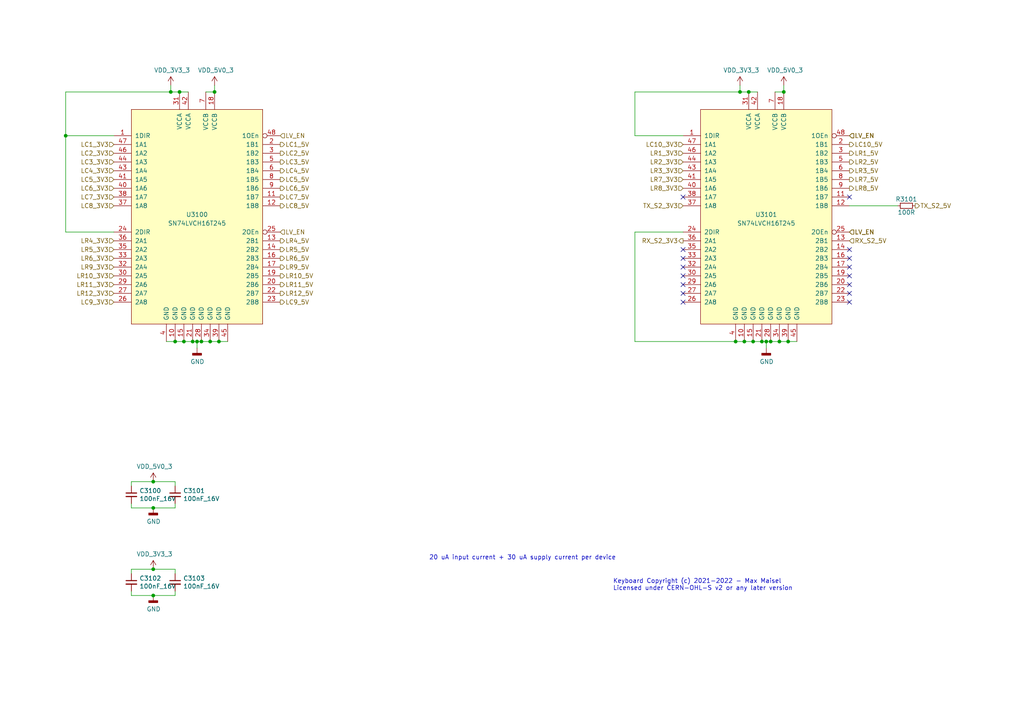
<source format=kicad_sch>
(kicad_sch (version 20211123) (generator eeschema)
  (paper "A4")
  (lib_symbols
    (symbol "Keyboard:100R" (pin_numbers hide) (pin_names (offset 0.254) hide)
      (property "Reference" "R" (at 0.762 0.508 0))
      (property "Value" "100R" (at 0.762 -1.016 0))
      (symbol "100R_0_1"
        (rectangle (start -0.762 1.778) (end 0.762 -1.778) (stroke (width 0.2032)))
      )
      (symbol "100R_1_1"
        (pin passive line (at 0 2.54 270) (length 0.762) (name "~") (number "1"))
        (pin passive line (at 0 -2.54 90) (length 0.762) (name "~") (number "2"))
      )
    )
    (symbol "Keyboard:100nF_16V" (pin_numbers hide) (pin_names (offset 0.254) hide)
      (property "Reference" "C" (at 0.254 1.778 0))
      (property "Value" "100nF_16V" (at 0.254 -2.032 0))
      (symbol "100nF_16V_0_1"
        (polyline (pts (xy -1.524 -0.508) (xy 1.524 -0.508)) (stroke (width 0.3302)))
        (polyline (pts (xy -1.524 0.508) (xy 1.524 0.508)) (stroke (width 0.3048)))
      )
      (symbol "100nF_16V_1_1"
        (pin passive line (at 0 2.54 270) (length 2.032) (name "~") (number "1"))
        (pin passive line (at 0 -2.54 90) (length 2.032) (name "~") (number "2"))
      )
    )
    (symbol "Keyboard:GND" (power) (pin_names (offset 0))
      (property "Value" "GND" (at 0 -3.175 0))
      (symbol "GND_0_1"
        (rectangle (start -1.27 -1.524) (end 1.27 -2.032) (stroke (width 0.254)) (fill (type outline)))
        (polyline (pts (xy 0 0) (xy 0 -1.524)))
      )
      (symbol "GND_1_1"
        (pin power_in line (at 0 0 270) (length 0) hide (name "GND") (number "1"))
      )
    )
    (symbol "Keyboard:SN74LVCH16T245" (pin_names (offset 1.016))
      (property "Reference" "U" (at -17.78 33.02 0))
      (property "Value" "SN74LVCH16T245" (at 17.78 -31.75 0))
      (symbol "SN74LVCH16T245_0_1"
        (rectangle (start -19.05 31.75) (end 19.05 -30.48) (fill (type background)))
      )
      (symbol "SN74LVCH16T245_1_1"
        (pin input line (at -24.13 24.13 0) (length 5.08) (name "1DIR") (number "1"))
        (pin power_in line (at -6.35 -35.56 90) (length 5.08) (name "GND") (number "10"))
        (pin bidirectional line (at 24.13 6.35 180) (length 5.08) (name "1B7") (number "11"))
        (pin bidirectional line (at 24.13 3.81 180) (length 5.08) (name "1B8") (number "12"))
        (pin bidirectional line (at 24.13 -6.35 180) (length 5.08) (name "2B1") (number "13"))
        (pin bidirectional line (at 24.13 -8.89 180) (length 5.08) (name "2B2") (number "14"))
        (pin power_in line (at -3.81 -35.56 90) (length 5.08) (name "GND") (number "15"))
        (pin bidirectional line (at 24.13 -11.43 180) (length 5.08) (name "2B3") (number "16"))
        (pin bidirectional line (at 24.13 -13.97 180) (length 5.08) (name "2B4") (number "17"))
        (pin power_in line (at 5.08 36.83 270) (length 5.08) (name "VCCB") (number "18"))
        (pin bidirectional line (at 24.13 -16.51 180) (length 5.08) (name "2B5") (number "19"))
        (pin bidirectional line (at 24.13 21.59 180) (length 5.08) (name "1B1") (number "2"))
        (pin bidirectional line (at 24.13 -19.05 180) (length 5.08) (name "2B6") (number "20"))
        (pin power_in line (at -1.27 -35.56 90) (length 5.08) (name "GND") (number "21"))
        (pin bidirectional line (at 24.13 -21.59 180) (length 5.08) (name "2B7") (number "22"))
        (pin bidirectional line (at 24.13 -24.13 180) (length 5.08) (name "2B8") (number "23"))
        (pin input line (at -24.13 -3.81 0) (length 5.08) (name "2DIR") (number "24"))
        (pin input inverted (at 24.13 -3.81 180) (length 5.08) (name "2OEn") (number "25"))
        (pin bidirectional line (at -24.13 -24.13 0) (length 5.08) (name "2A8") (number "26"))
        (pin bidirectional line (at -24.13 -21.59 0) (length 5.08) (name "2A7") (number "27"))
        (pin power_in line (at 1.27 -35.56 90) (length 5.08) (name "GND") (number "28"))
        (pin bidirectional line (at -24.13 -19.05 0) (length 5.08) (name "2A6") (number "29"))
        (pin bidirectional line (at 24.13 19.05 180) (length 5.08) (name "1B2") (number "3"))
        (pin bidirectional line (at -24.13 -16.51 0) (length 5.08) (name "2A5") (number "30"))
        (pin power_in line (at -5.08 36.83 270) (length 5.08) (name "VCCA") (number "31"))
        (pin bidirectional line (at -24.13 -13.97 0) (length 5.08) (name "2A4") (number "32"))
        (pin bidirectional line (at -24.13 -11.43 0) (length 5.08) (name "2A3") (number "33"))
        (pin power_in line (at 3.81 -35.56 90) (length 5.08) (name "GND") (number "34"))
        (pin bidirectional line (at -24.13 -8.89 0) (length 5.08) (name "2A2") (number "35"))
        (pin bidirectional line (at -24.13 -6.35 0) (length 5.08) (name "2A1") (number "36"))
        (pin bidirectional line (at -24.13 3.81 0) (length 5.08) (name "1A8") (number "37"))
        (pin bidirectional line (at -24.13 6.35 0) (length 5.08) (name "1A7") (number "38"))
        (pin power_in line (at 6.35 -35.56 90) (length 5.08) (name "GND") (number "39"))
        (pin power_in line (at -8.89 -35.56 90) (length 5.08) (name "GND") (number "4"))
        (pin bidirectional line (at -24.13 8.89 0) (length 5.08) (name "1A6") (number "40"))
        (pin bidirectional line (at -24.13 11.43 0) (length 5.08) (name "1A5") (number "41"))
        (pin power_in line (at -2.54 36.83 270) (length 5.08) (name "VCCA") (number "42"))
        (pin bidirectional line (at -24.13 13.97 0) (length 5.08) (name "1A4") (number "43"))
        (pin bidirectional line (at -24.13 16.51 0) (length 5.08) (name "1A3") (number "44"))
        (pin power_in line (at 8.89 -35.56 90) (length 5.08) (name "GND") (number "45"))
        (pin bidirectional line (at -24.13 19.05 0) (length 5.08) (name "1A2") (number "46"))
        (pin bidirectional line (at -24.13 21.59 0) (length 5.08) (name "1A1") (number "47"))
        (pin input inverted (at 24.13 24.13 180) (length 5.08) (name "1OEn") (number "48"))
        (pin bidirectional line (at 24.13 16.51 180) (length 5.08) (name "1B3") (number "5"))
        (pin bidirectional line (at 24.13 13.97 180) (length 5.08) (name "1B4") (number "6"))
        (pin power_in line (at 2.54 36.83 270) (length 5.08) (name "VCCB") (number "7"))
        (pin bidirectional line (at 24.13 11.43 180) (length 5.08) (name "1B5") (number "8"))
        (pin bidirectional line (at 24.13 8.89 180) (length 5.08) (name "1B6") (number "9"))
      )
    )
    (symbol "Keyboard:VDD_3V3_3" (power) (pin_names (offset 0))
      (property "Value" "VDD_3V3_3" (at 0 3.556 0))
      (symbol "VDD_3V3_3_0_1"
        (polyline (pts (xy -0.762 1.27) (xy 0 2.54)))
        (polyline (pts (xy 0 0) (xy 0 2.54)))
        (polyline (pts (xy 0 2.54) (xy 0.762 1.27)))
      )
      (symbol "VDD_3V3_3_1_1"
        (pin power_in line (at 0 0 90) (length 0) hide (name "VDD_3V3_3") (number "1"))
      )
    )
    (symbol "Keyboard:VDD_5V0_3" (power) (pin_names (offset 0))
      (property "Value" "VDD_5V0_3" (at 0 3.556 0))
      (symbol "VDD_5V0_3_0_1"
        (polyline (pts (xy -0.762 1.27) (xy 0 2.54)))
        (polyline (pts (xy 0 0) (xy 0 2.54)))
        (polyline (pts (xy 0 2.54) (xy 0.762 1.27)))
      )
      (symbol "VDD_5V0_3_1_1"
        (pin power_in line (at 0 0 90) (length 0) hide (name "VDD_5V0_3") (number "1"))
      )
    )
  )
  (junction (at 215.9 99.06))
  (junction (at 213.36 99.06))
  (junction (at 220.98 99.06))
  (junction (at 223.52 99.06))
  (junction (at 214.63 26.67))
  (junction (at 58.42 99.06))
  (junction (at 44.45 172.72))
  (junction (at 218.44 99.06))
  (junction (at 44.45 139.7))
  (junction (at 227.33 26.67))
  (junction (at 57.15 99.06))
  (junction (at 44.45 165.1))
  (junction (at 49.53 26.67))
  (junction (at 222.25 99.06))
  (junction (at 226.06 99.06))
  (junction (at 217.17 26.67))
  (junction (at 63.5 99.06))
  (junction (at 55.88 99.06))
  (junction (at 60.96 99.06))
  (junction (at 53.34 99.06))
  (junction (at 19.05 39.37))
  (junction (at 44.45 147.32))
  (junction (at 50.8 99.06))
  (junction (at 228.6 99.06))
  (junction (at 62.23 26.67))
  (junction (at 52.07 26.67))
  (no_connect (at 246.38 82.55))
  (no_connect (at 198.12 72.39))
  (no_connect (at 246.38 87.63))
  (no_connect (at 246.38 85.09))
  (no_connect (at 246.38 72.39))
  (no_connect (at 198.12 74.93))
  (no_connect (at 246.38 80.01))
  (no_connect (at 198.12 77.47))
  (no_connect (at 198.12 80.01))
  (no_connect (at 246.38 74.93))
  (no_connect (at 246.38 57.15))
  (no_connect (at 198.12 87.63))
  (no_connect (at 198.12 82.55))
  (no_connect (at 198.12 85.09))
  (no_connect (at 246.38 77.47))
  (no_connect (at 198.12 57.15))
  (wire (pts (xy 184.15 39.37) (xy 198.12 39.37)))
  (wire (pts (xy 38.1 147.32) (xy 44.45 147.32)))
  (wire (pts (xy 19.05 26.67) (xy 49.53 26.67)))
  (wire (pts (xy 224.79 26.67) (xy 227.33 26.67)))
  (wire (pts (xy 19.05 39.37) (xy 33.02 39.37)))
  (wire (pts (xy 58.42 99.06) (xy 60.96 99.06)))
  (wire (pts (xy 44.45 172.72) (xy 50.8 172.72)))
  (wire (pts (xy 227.33 24.765) (xy 227.33 26.67)))
  (wire (pts (xy 184.15 39.37) (xy 184.15 26.67)))
  (wire (pts (xy 50.8 99.06) (xy 53.34 99.06)))
  (wire (pts (xy 44.45 139.7) (xy 50.8 139.7)))
  (wire (pts (xy 38.1 171.45) (xy 38.1 172.72)))
  (wire (pts (xy 49.53 26.67) (xy 52.07 26.67)))
  (wire (pts (xy 214.63 26.67) (xy 217.17 26.67)))
  (wire (pts (xy 50.8 139.7) (xy 50.8 140.97)))
  (wire (pts (xy 49.53 24.765) (xy 49.53 26.67)))
  (wire (pts (xy 19.05 39.37) (xy 19.05 26.67)))
  (wire (pts (xy 184.15 26.67) (xy 214.63 26.67)))
  (wire (pts (xy 59.69 26.67) (xy 62.23 26.67)))
  (wire (pts (xy 50.8 147.32) (xy 44.45 147.32)))
  (wire (pts (xy 222.25 100.965) (xy 222.25 99.06)))
  (wire (pts (xy 44.45 173.355) (xy 44.45 172.72)))
  (wire (pts (xy 214.63 24.765) (xy 214.63 26.67)))
  (wire (pts (xy 217.17 26.67) (xy 219.71 26.67)))
  (wire (pts (xy 38.1 166.37) (xy 38.1 165.1)))
  (wire (pts (xy 184.15 67.31) (xy 184.15 99.06)))
  (wire (pts (xy 62.23 24.765) (xy 62.23 26.67)))
  (wire (pts (xy 218.44 99.06) (xy 220.98 99.06)))
  (wire (pts (xy 53.34 99.06) (xy 55.88 99.06)))
  (wire (pts (xy 60.96 99.06) (xy 63.5 99.06)))
  (wire (pts (xy 44.45 165.1) (xy 50.8 165.1)))
  (wire (pts (xy 38.1 165.1) (xy 44.45 165.1)))
  (wire (pts (xy 213.36 99.06) (xy 215.9 99.06)))
  (wire (pts (xy 63.5 99.06) (xy 66.04 99.06)))
  (wire (pts (xy 50.8 146.05) (xy 50.8 147.32)))
  (wire (pts (xy 38.1 172.72) (xy 44.45 172.72)))
  (wire (pts (xy 220.98 99.06) (xy 222.25 99.06)))
  (wire (pts (xy 57.15 100.965) (xy 57.15 99.06)))
  (wire (pts (xy 50.8 166.37) (xy 50.8 165.1)))
  (wire (pts (xy 215.9 99.06) (xy 218.44 99.06)))
  (wire (pts (xy 222.25 99.06) (xy 223.52 99.06)))
  (wire (pts (xy 48.26 99.06) (xy 50.8 99.06)))
  (wire (pts (xy 184.15 99.06) (xy 213.36 99.06)))
  (wire (pts (xy 55.88 99.06) (xy 57.15 99.06)))
  (wire (pts (xy 33.02 67.31) (xy 19.05 67.31)))
  (wire (pts (xy 52.07 26.67) (xy 54.61 26.67)))
  (wire (pts (xy 19.05 67.31) (xy 19.05 39.37)))
  (wire (pts (xy 50.8 172.72) (xy 50.8 171.45)))
  (wire (pts (xy 246.38 59.69) (xy 260.35 59.69)))
  (wire (pts (xy 38.1 146.05) (xy 38.1 147.32)))
  (wire (pts (xy 226.06 99.06) (xy 228.6 99.06)))
  (wire (pts (xy 228.6 99.06) (xy 231.14 99.06)))
  (wire (pts (xy 38.1 140.97) (xy 38.1 139.7)))
  (wire (pts (xy 198.12 67.31) (xy 184.15 67.31)))
  (wire (pts (xy 57.15 99.06) (xy 58.42 99.06)))
  (wire (pts (xy 223.52 99.06) (xy 226.06 99.06)))
  (wire (pts (xy 38.1 139.7) (xy 44.45 139.7)))
  (text "Keyboard Copyright (c) 2021-2022 - Max Maisel\nLicensed under CERN-OHL-S v2 or any later version" (at 177.8 171.45 0) (effects (font (size 1.27 1.27)) (justify left bottom)))
  (text "20 uA input current + 30 uA supply current per device\n" (at 124.46 162.56 0) (effects (font (size 1.27 1.27)) (justify left bottom)))
  (hierarchical_label "LV_EN" (shape input) (at 246.38 67.31 0))
  (hierarchical_label "LR5_5V" (shape output) (at 81.28 72.39 0))
  (hierarchical_label "TX_S2_3V3" (shape input) (at 198.12 59.69 180))
  (hierarchical_label "LR3_3V3" (shape input) (at 198.12 49.53 180))
  (hierarchical_label "LR4_5V" (shape output) (at 81.28 69.85 0))
  (hierarchical_label "LR5_3V3" (shape input) (at 33.02 72.39 180))
  (hierarchical_label "LR8_3V3" (shape input) (at 198.12 54.61 180))
  (hierarchical_label "LC7_3V3" (shape input) (at 33.02 57.15 180))
  (hierarchical_label "RX_S2_5V" (shape input) (at 246.38 69.85 0))
  (hierarchical_label "LC9_5V" (shape output) (at 81.28 87.63 0))
  (hierarchical_label "LC1_5V" (shape output) (at 81.28 41.91 0))
  (hierarchical_label "LV_EN" (shape input) (at 81.28 67.31 0))
  (hierarchical_label "LR8_5V" (shape output) (at 246.38 54.61 0))
  (hierarchical_label "LC7_5V" (shape output) (at 81.28 57.15 0))
  (hierarchical_label "LR1_5V" (shape output) (at 246.38 44.45 0))
  (hierarchical_label "LR2_5V" (shape output) (at 246.38 46.99 0))
  (hierarchical_label "LC6_3V3" (shape input) (at 33.02 54.61 180))
  (hierarchical_label "LC10_5V" (shape output) (at 246.38 41.91 0))
  (hierarchical_label "LR6_3V3" (shape input) (at 33.02 74.93 180))
  (hierarchical_label "LV_EN" (shape input) (at 246.38 39.37 0))
  (hierarchical_label "LR6_5V" (shape output) (at 81.28 74.93 0))
  (hierarchical_label "LC8_3V3" (shape input) (at 33.02 59.69 180))
  (hierarchical_label "TX_S2_5V" (shape output) (at 265.43 59.69 0))
  (hierarchical_label "LV_EN" (shape input) (at 246.38 67.31 0))
  (hierarchical_label "RX_S2_3V3" (shape output) (at 198.12 69.85 180))
  (hierarchical_label "LR11_3V3" (shape input) (at 33.02 82.55 180))
  (hierarchical_label "LV_EN" (shape input) (at 81.28 39.37 0))
  (hierarchical_label "LR10_5V" (shape output) (at 81.28 80.01 0))
  (hierarchical_label "LR3_5V" (shape output) (at 246.38 49.53 0))
  (hierarchical_label "LC8_5V" (shape output) (at 81.28 59.69 0))
  (hierarchical_label "LC9_3V3" (shape input) (at 33.02 87.63 180))
  (hierarchical_label "LR10_3V3" (shape input) (at 33.02 80.01 180))
  (hierarchical_label "LR1_3V3" (shape input) (at 198.12 44.45 180))
  (hierarchical_label "LR2_3V3" (shape input) (at 198.12 46.99 180))
  (hierarchical_label "LC10_3V3" (shape input) (at 198.12 41.91 180))
  (hierarchical_label "LC1_3V3" (shape input) (at 33.02 41.91 180))
  (hierarchical_label "LR4_3V3" (shape input) (at 33.02 69.85 180))
  (hierarchical_label "LC5_5V" (shape output) (at 81.28 52.07 0))
  (hierarchical_label "LC2_3V3" (shape input) (at 33.02 44.45 180))
  (hierarchical_label "LC3_3V3" (shape input) (at 33.02 46.99 180))
  (hierarchical_label "LR9_5V" (shape output) (at 81.28 77.47 0))
  (hierarchical_label "LC4_5V" (shape output) (at 81.28 49.53 0))
  (hierarchical_label "LC3_5V" (shape output) (at 81.28 46.99 0))
  (hierarchical_label "LR11_5V" (shape output) (at 81.28 82.55 0))
  (hierarchical_label "LR7_3V3" (shape input) (at 198.12 52.07 180))
  (hierarchical_label "LR12_5V" (shape output) (at 81.28 85.09 0))
  (hierarchical_label "LC4_3V3" (shape input) (at 33.02 49.53 180))
  (hierarchical_label "LV_EN" (shape input) (at 246.38 39.37 0))
  (hierarchical_label "LR7_5V" (shape output) (at 246.38 52.07 0))
  (hierarchical_label "LR9_3V3" (shape input) (at 33.02 77.47 180))
  (hierarchical_label "LR12_3V3" (shape input) (at 33.02 85.09 180))
  (hierarchical_label "LC6_5V" (shape output) (at 81.28 54.61 0))
  (hierarchical_label "LC2_5V" (shape output) (at 81.28 44.45 0))
  (hierarchical_label "LC5_3V3" (shape input) (at 33.02 52.07 180))
  (symbol (lib_id "Keyboard:SN74LVCH16T245") (at 57.15 63.5 0) (unit 1)
    (property "Reference" "U3100" (at 57.15 62.23 0))
    (property "Value" "SN74LVCH16T245" (at 57.15 64.77 0))
    (property "Footprint" "Keyboard:TSSOP48-DGG" (effects hide))
    (property "Datasheet" "http://www.ti.com/lit/ds/symlink/sn74lvch16t245.pdf" (effects hide))
  )
  (symbol (lib_id "Keyboard:GND") (at 57.15 100.965 0) (unit 1)
    (property "Reference" "#PWR03104" (effects hide))
    (property "Value" "GND" (at 57.2516 104.902 0))
  )
  (symbol (lib_id "Keyboard:GND") (at 222.25 100.965 0) (unit 1)
    (property "Reference" "#PWR03105" (effects hide))
    (property "Value" "GND" (at 222.3516 104.902 0))
  )
  (symbol (lib_id "Keyboard:SN74LVCH16T245") (at 222.25 63.5 0) (unit 1)
    (property "Reference" "U3101" (at 222.25 62.23 0))
    (property "Value" "SN74LVCH16T245" (at 222.25 64.77 0))
    (property "Footprint" "Keyboard:TSSOP48-DGG" (effects hide))
    (property "Datasheet" "http://www.ti.com/lit/ds/symlink/sn74lvch16t245.pdf" (effects hide))
  )
  (symbol (lib_id "Keyboard:100nF_16V") (at 38.1 168.91 0) (unit 1)
    (property "Reference" "C3102" (at 40.4368 167.7416 0) (effects (justify left)))
    (property "Value" "100nF_16V" (at 40.4368 170.053 0) (effects (justify left)))
    (property "Footprint" "Keyboard:C_0402" (effects hide))
    (property "Datasheet" "80-C0402C104K4R" (effects hide))
    (property "mouser#" "80-C0402C104K4R" (effects hide))
  )
  (symbol (lib_id "Keyboard:100nF_16V") (at 50.8 168.91 0) (unit 1)
    (property "Reference" "C3103" (at 53.1368 167.7416 0) (effects (justify left)))
    (property "Value" "100nF_16V" (at 53.1368 170.053 0) (effects (justify left)))
    (property "Footprint" "Keyboard:C_0402" (effects hide))
    (property "Datasheet" "80-C0402C104K4R" (effects hide))
    (property "mouser#" "80-C0402C104K4R" (effects hide))
  )
  (symbol (lib_id "Keyboard:100nF_16V") (at 38.1 143.51 0) (unit 1)
    (property "Reference" "C3100" (at 40.4368 142.3416 0) (effects (justify left)))
    (property "Value" "100nF_16V" (at 40.4368 144.653 0) (effects (justify left)))
    (property "Footprint" "Keyboard:C_0402" (effects hide))
    (property "Datasheet" "80-C0402C104K4R" (effects hide))
    (property "mouser#" "80-C0402C104K4R" (effects hide))
  )
  (symbol (lib_id "Keyboard:GND") (at 44.45 172.72 0) (unit 1)
    (property "Reference" "#PWR03109" (effects hide))
    (property "Value" "GND" (at 44.5516 176.657 0))
  )
  (symbol (lib_id "Keyboard:GND") (at 44.45 147.32 0) (unit 1)
    (property "Reference" "#PWR03107" (effects hide))
    (property "Value" "GND" (at 44.5516 151.257 0))
  )
  (symbol (lib_id "Keyboard:100nF_16V") (at 50.8 143.51 0) (unit 1)
    (property "Reference" "C3101" (at 53.1368 142.3416 0) (effects (justify left)))
    (property "Value" "100nF_16V" (at 53.1368 144.653 0) (effects (justify left)))
    (property "Footprint" "Keyboard:C_0402" (effects hide))
    (property "Datasheet" "80-C0402C104K4R" (effects hide))
    (property "mouser#" "80-C0402C104K4R" (effects hide))
  )
  (symbol (lib_id "Keyboard:VDD_5V0_3") (at 44.45 139.7 0) (unit 1)
    (property "Reference" "#PWR03106" (effects hide))
    (property "Value" "VDD_5V0_3" (at 44.831 135.3058 0))
  )
  (symbol (lib_id "Keyboard:VDD_5V0_3") (at 62.23 24.765 0) (unit 1)
    (property "Reference" "#PWR03101" (effects hide))
    (property "Value" "VDD_5V0_3" (at 62.611 20.3708 0))
  )
  (symbol (lib_id "Keyboard:VDD_5V0_3") (at 227.33 24.765 0) (unit 1)
    (property "Reference" "#PWR03103" (effects hide))
    (property "Value" "VDD_5V0_3" (at 227.711 20.3708 0))
  )
  (symbol (lib_id "Keyboard:VDD_3V3_3") (at 44.45 165.1 0) (unit 1)
    (property "Reference" "#PWR03108" (effects hide))
    (property "Value" "VDD_3V3_3" (at 44.831 160.7058 0))
  )
  (symbol (lib_id "Keyboard:VDD_3V3_3") (at 49.53 24.765 0) (unit 1)
    (property "Reference" "#PWR03100" (effects hide))
    (property "Value" "VDD_3V3_3" (at 49.911 20.3708 0))
  )
  (symbol (lib_id "Keyboard:VDD_3V3_3") (at 214.63 24.765 0) (unit 1)
    (property "Reference" "#PWR03102" (effects hide))
    (property "Value" "VDD_3V3_3" (at 215.011 20.3708 0))
  )
  (symbol (lib_id "Keyboard:100R") (at 262.89 59.69 90) (unit 1)
    (property "Reference" "R3101" (at 262.89 57.785 90))
    (property "Value" "100R" (at 262.89 61.595 90))
    (property "Footprint" "Keyboard:R_0402" (effects hide))
    (property "Datasheet" "667-ERJ-2RKF1000X" (effects hide))
    (property "mouser#" "667-ERJ-2RKF1000X" (effects hide))
  )
)
</source>
